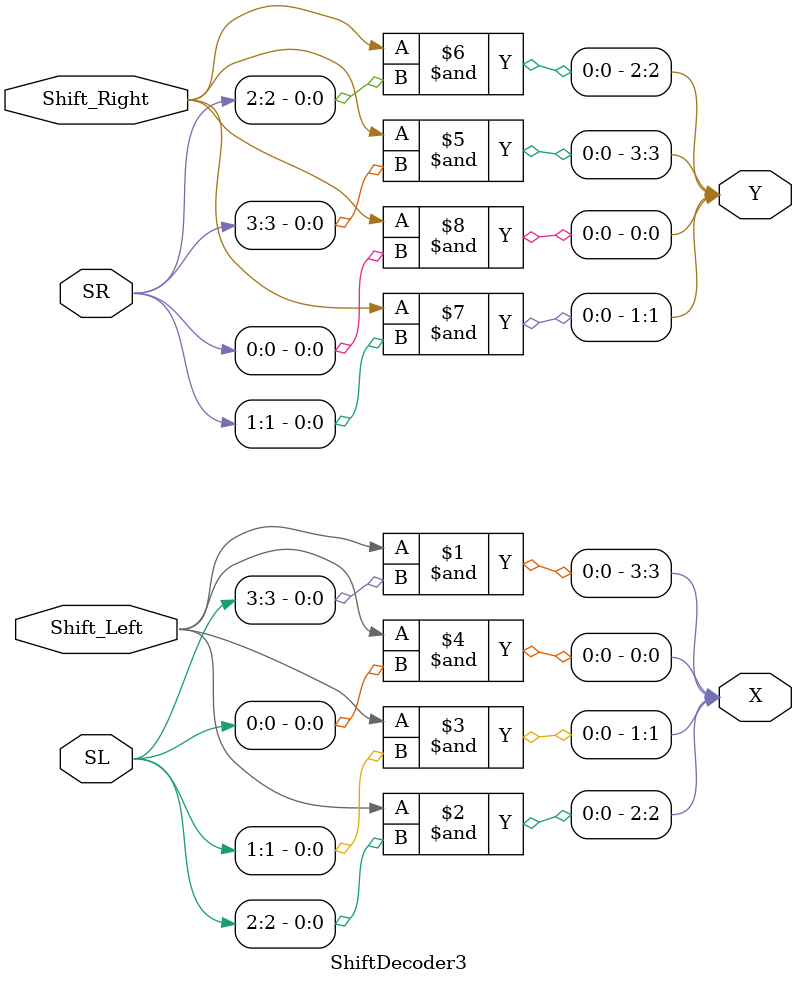
<source format=v>
module ShiftDecoder3(input Shift_Left, input Shift_Right, input [3:0] SL, input [3:0] SR, output [3:0] X, output [3:0] Y);

assign X[3] = Shift_Left&SL[3];
assign X[2] = Shift_Left&SL[2];
assign X[1] = Shift_Left&SL[1];
assign X[0] = Shift_Left&SL[0];


assign Y[3] = Shift_Right&SR[3];
assign Y[2] = Shift_Right&SR[2];
assign Y[1] = Shift_Right&SR[1];
assign Y[0] = Shift_Right&SR[0];

endmodule
</source>
